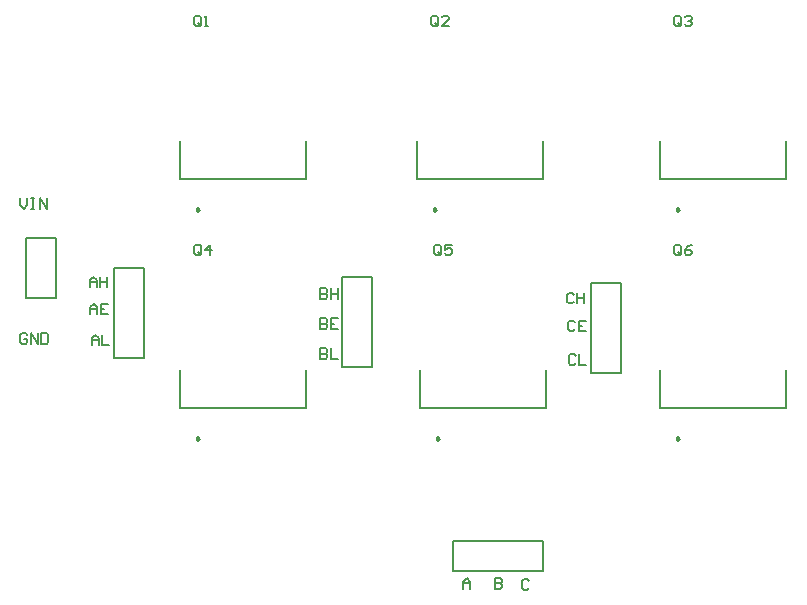
<source format=gto>
G04*
G04 #@! TF.GenerationSoftware,Altium Limited,Altium Designer,20.1.11 (218)*
G04*
G04 Layer_Color=65535*
%FSLAX25Y25*%
%MOIN*%
G70*
G04*
G04 #@! TF.SameCoordinates,0A123B17-7C5E-4AB7-81A3-E10484C352A0*
G04*
G04*
G04 #@! TF.FilePolarity,Positive*
G04*
G01*
G75*
%ADD10C,0.00984*%
%ADD11C,0.00787*%
%ADD12C,0.00700*%
D10*
X230571Y54252D02*
X229833Y54678D01*
Y53826D01*
X230571Y54252D01*
X70571D02*
X69833Y54678D01*
Y53826D01*
X70571Y54252D01*
X149571Y130591D02*
X148833Y131017D01*
Y130164D01*
X149571Y130591D01*
X230571D02*
X229833Y131017D01*
Y130164D01*
X230571Y130591D01*
X70571D02*
X69833Y131017D01*
Y130164D01*
X70571Y130591D01*
X150571Y54252D02*
X149833Y54678D01*
Y53826D01*
X150571Y54252D01*
D11*
X12707Y101017D02*
Y121017D01*
Y101017D02*
X22706D01*
Y121017D01*
X12707D02*
X22706D01*
X224134Y64488D02*
Y77284D01*
Y64488D02*
X266260D01*
Y77284D01*
X64134Y64488D02*
Y77284D01*
Y64488D02*
X106260D01*
Y77284D01*
X143134Y140827D02*
Y153622D01*
Y140827D02*
X185260D01*
Y153622D01*
X224134Y140827D02*
Y153622D01*
Y140827D02*
X266260D01*
Y153622D01*
X64134Y140827D02*
Y153622D01*
Y140827D02*
X106260D01*
Y153622D01*
X144134Y64488D02*
Y77284D01*
Y64488D02*
X186260D01*
Y77284D01*
X185197Y10197D02*
Y20197D01*
X155197Y10197D02*
X185197D01*
X155197D02*
Y20197D01*
X185197D01*
X42197Y81197D02*
X52197D01*
X42197D02*
Y111197D01*
X52197D01*
Y81197D02*
Y111197D01*
X118197Y78197D02*
X128197D01*
X118197D02*
Y108197D01*
X128197D01*
Y78197D02*
Y108197D01*
X201197Y76197D02*
X211197D01*
X201197D02*
Y106197D01*
X211197D01*
Y76197D02*
Y106197D01*
D12*
X34118Y104706D02*
Y107038D01*
X35285Y108205D01*
X36451Y107038D01*
Y104706D01*
Y106455D01*
X34118D01*
X37617Y108205D02*
Y104706D01*
Y106455D01*
X39950D01*
Y108205D01*
Y104706D01*
X34696Y85440D02*
Y87772D01*
X35863Y88939D01*
X37029Y87772D01*
Y85440D01*
Y87189D01*
X34696D01*
X38195Y88939D02*
Y85440D01*
X40528D01*
X180523Y6913D02*
X179940Y7496D01*
X178773D01*
X178190Y6913D01*
Y4580D01*
X178773Y3997D01*
X179940D01*
X180523Y4580D01*
X34215Y95747D02*
Y98080D01*
X35381Y99246D01*
X36547Y98080D01*
Y95747D01*
Y97497D01*
X34215D01*
X40046Y99246D02*
X37714D01*
Y95747D01*
X40046D01*
X37714Y97497D02*
X38880D01*
X158599Y4341D02*
Y6673D01*
X159766Y7840D01*
X160932Y6673D01*
Y4341D01*
Y6090D01*
X158599D01*
X13229Y88813D02*
X12646Y89396D01*
X11480D01*
X10897Y88813D01*
Y86480D01*
X11480Y85897D01*
X12646D01*
X13229Y86480D01*
Y87646D01*
X12063D01*
X14396Y85897D02*
Y89396D01*
X16728Y85897D01*
Y89396D01*
X17895D02*
Y85897D01*
X19644D01*
X20227Y86480D01*
Y88813D01*
X19644Y89396D01*
X17895D01*
X169082Y7840D02*
Y4341D01*
X170832D01*
X171415Y4924D01*
Y5507D01*
X170832Y6090D01*
X169082D01*
X170832D01*
X171415Y6673D01*
Y7257D01*
X170832Y7840D01*
X169082D01*
X110897Y84396D02*
Y80897D01*
X112646D01*
X113229Y81480D01*
Y82063D01*
X112646Y82646D01*
X110897D01*
X112646D01*
X113229Y83229D01*
Y83813D01*
X112646Y84396D01*
X110897D01*
X114396D02*
Y80897D01*
X116728D01*
X195990Y81840D02*
X195406Y82424D01*
X194240D01*
X193657Y81840D01*
Y79508D01*
X194240Y78925D01*
X195406D01*
X195990Y79508D01*
X197156Y82424D02*
Y78925D01*
X199488D01*
X195818Y93011D02*
X195235Y93594D01*
X194068D01*
X193485Y93011D01*
Y90678D01*
X194068Y90095D01*
X195235D01*
X195818Y90678D01*
X199317Y93594D02*
X196984D01*
Y90095D01*
X199317D01*
X196984Y91844D02*
X198150D01*
X110897Y94396D02*
Y90897D01*
X112646D01*
X113229Y91480D01*
Y92063D01*
X112646Y92646D01*
X110897D01*
X112646D01*
X113229Y93229D01*
Y93813D01*
X112646Y94396D01*
X110897D01*
X116728D02*
X114396D01*
Y90897D01*
X116728D01*
X114396Y92646D02*
X115562D01*
X195474Y102291D02*
X194891Y102874D01*
X193725D01*
X193141Y102291D01*
Y99958D01*
X193725Y99375D01*
X194891D01*
X195474Y99958D01*
X196640Y102874D02*
Y99375D01*
Y101125D01*
X198973D01*
Y102874D01*
Y99375D01*
X110897Y104396D02*
Y100897D01*
X112646D01*
X113229Y101480D01*
Y102063D01*
X112646Y102646D01*
X110897D01*
X112646D01*
X113229Y103229D01*
Y103813D01*
X112646Y104396D01*
X110897D01*
X114396D02*
Y100897D01*
Y102646D01*
X116728D01*
Y104396D01*
Y100897D01*
X10897Y134396D02*
Y132063D01*
X12063Y130897D01*
X13229Y132063D01*
Y134396D01*
X14396D02*
X15562D01*
X14979D01*
Y130897D01*
X14396D01*
X15562D01*
X17311D02*
Y134396D01*
X19644Y130897D01*
Y134396D01*
X231176Y116088D02*
Y118421D01*
X230593Y119004D01*
X229427D01*
X228844Y118421D01*
Y116088D01*
X229427Y115505D01*
X230593D01*
X230010Y116671D02*
X231176Y115505D01*
X230593D02*
X231176Y116088D01*
X234675Y119004D02*
X233509Y118421D01*
X232343Y117254D01*
Y116088D01*
X232926Y115505D01*
X234092D01*
X234675Y116088D01*
Y116671D01*
X234092Y117254D01*
X232343D01*
X151176Y116088D02*
Y118421D01*
X150593Y119004D01*
X149427D01*
X148844Y118421D01*
Y116088D01*
X149427Y115505D01*
X150593D01*
X150010Y116671D02*
X151176Y115505D01*
X150593D02*
X151176Y116088D01*
X154675Y119004D02*
X152343D01*
Y117254D01*
X153509Y117838D01*
X154092D01*
X154675Y117254D01*
Y116088D01*
X154092Y115505D01*
X152926D01*
X152343Y116088D01*
X71226Y116077D02*
Y118409D01*
X70643Y118993D01*
X69477D01*
X68894Y118409D01*
Y116077D01*
X69477Y115494D01*
X70643D01*
X70060Y116660D02*
X71226Y115494D01*
X70643D02*
X71226Y116077D01*
X74142Y115494D02*
Y118993D01*
X72393Y117243D01*
X74725D01*
X231176Y192427D02*
Y194759D01*
X230593Y195343D01*
X229427D01*
X228844Y194759D01*
Y192427D01*
X229427Y191844D01*
X230593D01*
X230010Y193010D02*
X231176Y191844D01*
X230593D02*
X231176Y192427D01*
X232343Y194759D02*
X232926Y195343D01*
X234092D01*
X234675Y194759D01*
Y194176D01*
X234092Y193593D01*
X233509D01*
X234092D01*
X234675Y193010D01*
Y192427D01*
X234092Y191844D01*
X232926D01*
X232343Y192427D01*
X150176D02*
Y194759D01*
X149593Y195343D01*
X148427D01*
X147844Y194759D01*
Y192427D01*
X148427Y191844D01*
X149593D01*
X149010Y193010D02*
X150176Y191844D01*
X149593D02*
X150176Y192427D01*
X153675Y191844D02*
X151343D01*
X153675Y194176D01*
Y194759D01*
X153092Y195343D01*
X151926D01*
X151343Y194759D01*
X71176Y192427D02*
Y194759D01*
X70593Y195343D01*
X69427D01*
X68844Y194759D01*
Y192427D01*
X69427Y191844D01*
X70593D01*
X70010Y193010D02*
X71176Y191844D01*
X70593D02*
X71176Y192427D01*
X72343Y191844D02*
X73509D01*
X72926D01*
Y195343D01*
X72343Y194759D01*
M02*

</source>
